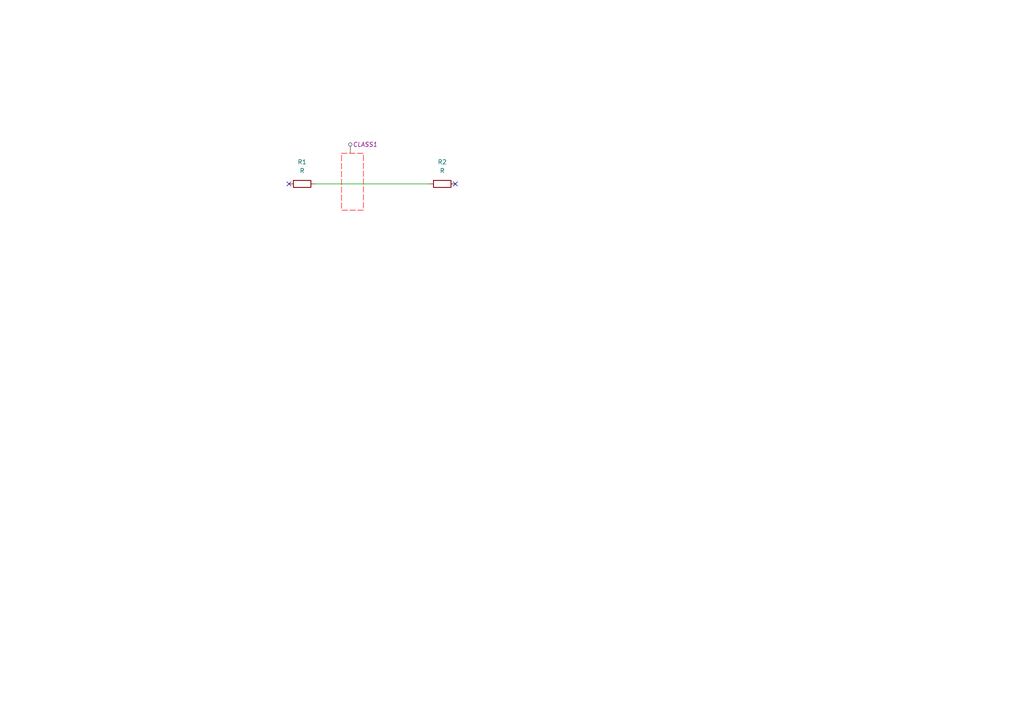
<source format=kicad_sch>
(kicad_sch (version 20240417) (generator "eeschema") (generator_version "8.99")
  (paper "A4")
  (lib_symbols
    (symbol "Device:R" (pin_numbers hide) (pin_names (offset 0))
      (property "Reference" "R" (at 2.032 0 90))
      (property "Value" "R" (at 0 0 90))
      (symbol "R_0_1"
        (rectangle (start -1.016 -2.54) (end 1.016 2.54) (stroke (width 0.254)))
      )
      (symbol "R_1_1"
        (pin passive line (at 0 3.81 270) (length 1.27) (name "~") (number "1"))
        (pin passive line (at 0 -3.81 90) (length 1.27) (name "~") (number "2"))
      )
    )
  )
  (no_connect (at 132.08 53.34))
  (no_connect (at 83.82 53.34))
  (wire (pts (xy 91.44 53.34) (xy 124.46 53.34)))
  (rule_area (polyline (pts (xy 99.06 44.45) (xy 105.41 44.45) (xy 105.41 60.96) (xy 99.06 60.96)) (stroke (width 0) (type dash))))
  (netclass_flag "" (length 2.54) (shape round) (at 101.6 44.45 0) (property "Netclass" "CLASS1" (at 102.2985 41.91 0) (effects (font (italic yes)) (justify left))))
  (symbol (lib_id "Device:R") (at 87.63 53.34 270) (unit 1)
    (property "Reference" "R1" (at 87.63 46.99 90))
    (property "Value" "R" (at 87.63 49.53 90))
    (property "Description" "Resistor" (effects (hide yes)))
  )
  (symbol (lib_id "Device:R") (at 128.27 53.34 270) (unit 1)
    (property "Reference" "R2" (at 128.27 46.99 90))
    (property "Value" "R" (at 128.27 49.53 90))
    (property "Description" "Resistor" (effects (hide yes)))
  )
)
</source>
